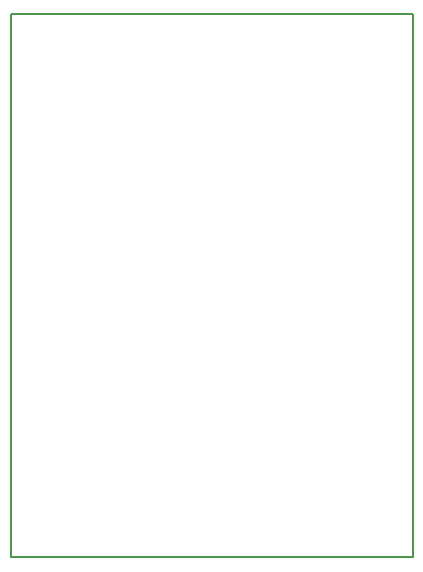
<source format=gbr>
G04 #@! TF.FileFunction,Profile,NP*
%FSLAX46Y46*%
G04 Gerber Fmt 4.6, Leading zero omitted, Abs format (unit mm)*
G04 Created by KiCad (PCBNEW 4.0.5) date Wednesday, 05 April 2017 'AMt' 09:54:50*
%MOMM*%
%LPD*%
G01*
G04 APERTURE LIST*
%ADD10C,0.100000*%
%ADD11C,0.150000*%
G04 APERTURE END LIST*
D10*
D11*
X115000000Y-155000000D02*
X149000000Y-155000000D01*
X115000000Y-109000000D02*
X115000000Y-155000000D01*
X149000000Y-109000000D02*
X115000000Y-109000000D01*
X149000000Y-155000000D02*
X149000000Y-109000000D01*
M02*

</source>
